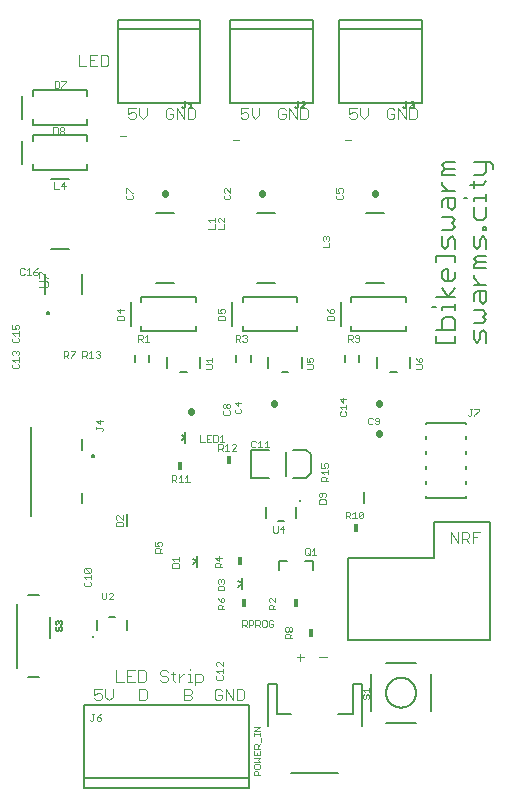
<source format=gbr>
G04 EAGLE Gerber RS-274X export*
G75*
%MOMM*%
%FSLAX34Y34*%
%LPD*%
%INSilkscreen Top*%
%IPPOS*%
%AMOC8*
5,1,8,0,0,1.08239X$1,22.5*%
G01*
%ADD10C,0.076200*%
%ADD11C,0.152400*%
%ADD12R,0.457200X0.762000*%
%ADD13C,0.050800*%
%ADD14C,0.203200*%
%ADD15C,0.558800*%
%ADD16C,0.150113*%
%ADD17C,0.127000*%
%ADD18C,0.254000*%
%ADD19C,0.200000*%


D10*
X-148844Y295537D02*
X-148844Y286131D01*
X-142573Y286131D01*
X-139489Y295537D02*
X-133218Y295537D01*
X-139489Y295537D02*
X-139489Y286131D01*
X-133218Y286131D01*
X-136353Y290834D02*
X-139489Y290834D01*
X-130134Y295537D02*
X-130134Y286131D01*
X-125431Y286131D01*
X-123863Y287699D01*
X-123863Y293969D01*
X-125431Y295537D01*
X-130134Y295537D01*
X165990Y-108323D02*
X165990Y-117729D01*
X172261Y-117729D02*
X165990Y-108323D01*
X172261Y-108323D02*
X172261Y-117729D01*
X175346Y-117729D02*
X175346Y-108323D01*
X180049Y-108323D01*
X181616Y-109891D01*
X181616Y-113026D01*
X180049Y-114594D01*
X175346Y-114594D01*
X178481Y-114594D02*
X181616Y-117729D01*
X184701Y-117729D02*
X184701Y-108323D01*
X190972Y-108323D01*
X187836Y-113026D02*
X184701Y-113026D01*
X-109004Y226317D02*
X-113919Y226317D01*
X-18669Y223142D02*
X-13754Y223142D01*
X76581Y223142D02*
X81496Y223142D01*
X41747Y-214626D02*
X35476Y-214626D01*
X38611Y-211491D02*
X38611Y-217761D01*
X54526Y-214626D02*
X60797Y-214626D01*
X-129534Y-241673D02*
X-135804Y-241673D01*
X-135804Y-246376D01*
X-132669Y-244808D01*
X-131101Y-244808D01*
X-129534Y-246376D01*
X-129534Y-249511D01*
X-131101Y-251079D01*
X-134237Y-251079D01*
X-135804Y-249511D01*
X-126449Y-247944D02*
X-126449Y-241673D01*
X-126449Y-247944D02*
X-123314Y-251079D01*
X-120179Y-247944D01*
X-120179Y-241673D01*
X-97874Y-241673D02*
X-97874Y-251079D01*
X-93171Y-251079D01*
X-91604Y-249511D01*
X-91604Y-243241D01*
X-93171Y-241673D01*
X-97874Y-241673D01*
X-29332Y-241673D02*
X-27764Y-243241D01*
X-29332Y-241673D02*
X-32467Y-241673D01*
X-34035Y-243241D01*
X-34035Y-249511D01*
X-32467Y-251079D01*
X-29332Y-251079D01*
X-27764Y-249511D01*
X-27764Y-246376D01*
X-30899Y-246376D01*
X-24679Y-251079D02*
X-24679Y-241673D01*
X-18409Y-251079D01*
X-18409Y-241673D01*
X-15324Y-241673D02*
X-15324Y-251079D01*
X-10621Y-251079D01*
X-9054Y-249511D01*
X-9054Y-243241D01*
X-10621Y-241673D01*
X-15324Y-241673D01*
X-59774Y-241673D02*
X-59774Y-251079D01*
X-59774Y-241673D02*
X-55071Y-241673D01*
X-53504Y-243241D01*
X-53504Y-244808D01*
X-55071Y-246376D01*
X-53504Y-247944D01*
X-53504Y-249511D01*
X-55071Y-251079D01*
X-59774Y-251079D01*
X-59774Y-246376D02*
X-55071Y-246376D01*
D11*
X169418Y51808D02*
X169418Y57231D01*
X169418Y51808D02*
X153148Y51808D01*
X153148Y57231D01*
X153148Y62722D02*
X169418Y62722D01*
X169418Y70857D01*
X166706Y73569D01*
X161283Y73569D01*
X158571Y70857D01*
X158571Y62722D01*
X158571Y79094D02*
X158571Y81805D01*
X169418Y81805D01*
X169418Y79094D02*
X169418Y84517D01*
X153148Y81805D02*
X150436Y81805D01*
X153148Y90008D02*
X169418Y90008D01*
X163995Y90008D02*
X169418Y98143D01*
X163995Y90008D02*
X158571Y98143D01*
X169418Y106363D02*
X169418Y111786D01*
X169418Y106363D02*
X166706Y103651D01*
X161283Y103651D01*
X158571Y106363D01*
X158571Y111786D01*
X161283Y114498D01*
X163995Y114498D01*
X163995Y103651D01*
X169418Y120022D02*
X169418Y125446D01*
X153148Y125446D01*
X153148Y120022D01*
X169418Y130937D02*
X169418Y139072D01*
X166706Y141783D01*
X163995Y139072D01*
X163995Y133648D01*
X161283Y130937D01*
X158571Y133648D01*
X158571Y141783D01*
X158571Y147308D02*
X166706Y147308D01*
X169418Y150020D01*
X166706Y152732D01*
X169418Y155443D01*
X166706Y158155D01*
X158571Y158155D01*
X158571Y166392D02*
X158571Y171815D01*
X161283Y174527D01*
X169418Y174527D01*
X169418Y166392D01*
X166706Y163680D01*
X163995Y166392D01*
X163995Y174527D01*
X169418Y180052D02*
X158571Y180052D01*
X158571Y185475D02*
X163995Y180052D01*
X158571Y185475D02*
X158571Y188186D01*
X158571Y193695D02*
X169418Y193695D01*
X158571Y193695D02*
X158571Y196406D01*
X161283Y199118D01*
X169418Y199118D01*
X161283Y199118D02*
X158571Y201829D01*
X161283Y204541D01*
X169418Y204541D01*
X196088Y59943D02*
X196088Y51808D01*
X196088Y59943D02*
X193376Y62654D01*
X190665Y59943D01*
X190665Y54519D01*
X187953Y51808D01*
X185241Y54519D01*
X185241Y62654D01*
X185241Y68179D02*
X193376Y68179D01*
X196088Y70891D01*
X193376Y73602D01*
X196088Y76314D01*
X193376Y79026D01*
X185241Y79026D01*
X185241Y87262D02*
X185241Y92686D01*
X187953Y95397D01*
X196088Y95397D01*
X196088Y87262D01*
X193376Y84551D01*
X190665Y87262D01*
X190665Y95397D01*
X196088Y100922D02*
X185241Y100922D01*
X190665Y100922D02*
X185241Y106346D01*
X185241Y109057D01*
X185241Y114565D02*
X196088Y114565D01*
X185241Y114565D02*
X185241Y117277D01*
X187953Y119989D01*
X196088Y119989D01*
X187953Y119989D02*
X185241Y122700D01*
X187953Y125412D01*
X196088Y125412D01*
X196088Y130937D02*
X196088Y139072D01*
X193376Y141783D01*
X190665Y139072D01*
X190665Y133648D01*
X187953Y130937D01*
X185241Y133648D01*
X185241Y141783D01*
X193376Y147308D02*
X196088Y147308D01*
X193376Y147308D02*
X193376Y150020D01*
X196088Y150020D01*
X196088Y147308D01*
X185241Y158206D02*
X185241Y166341D01*
X185241Y158206D02*
X187953Y155494D01*
X193376Y155494D01*
X196088Y158206D01*
X196088Y166341D01*
X185241Y171866D02*
X185241Y174577D01*
X196088Y174577D01*
X196088Y171866D02*
X196088Y177289D01*
X179818Y174577D02*
X177106Y174577D01*
X182530Y185492D02*
X193376Y185492D01*
X196088Y188203D01*
X185241Y188203D02*
X185241Y182780D01*
X185241Y193695D02*
X193376Y193695D01*
X196088Y196406D01*
X196088Y204541D01*
X198800Y204541D02*
X185241Y204541D01*
X198800Y204541D02*
X201511Y201829D01*
X201511Y199118D01*
D10*
X-100959Y250452D02*
X-107229Y250452D01*
X-107229Y245749D01*
X-104094Y247317D01*
X-102526Y247317D01*
X-100959Y245749D01*
X-100959Y242614D01*
X-102526Y241046D01*
X-105662Y241046D01*
X-107229Y242614D01*
X-97874Y244181D02*
X-97874Y250452D01*
X-97874Y244181D02*
X-94739Y241046D01*
X-91604Y244181D01*
X-91604Y250452D01*
X-11979Y250452D02*
X-5709Y250452D01*
X-11979Y250452D02*
X-11979Y245749D01*
X-8844Y247317D01*
X-7276Y247317D01*
X-5709Y245749D01*
X-5709Y242614D01*
X-7276Y241046D01*
X-10412Y241046D01*
X-11979Y242614D01*
X-2624Y244181D02*
X-2624Y250452D01*
X-2624Y244181D02*
X511Y241046D01*
X3647Y244181D01*
X3647Y250452D01*
X80096Y250452D02*
X86366Y250452D01*
X80096Y250452D02*
X80096Y245749D01*
X83231Y247317D01*
X84799Y247317D01*
X86366Y245749D01*
X86366Y242614D01*
X84799Y241046D01*
X81663Y241046D01*
X80096Y242614D01*
X89451Y244181D02*
X89451Y250452D01*
X89451Y244181D02*
X92586Y241046D01*
X95722Y244181D01*
X95722Y250452D01*
X-69039Y248884D02*
X-70607Y250452D01*
X-73742Y250452D01*
X-75310Y248884D01*
X-75310Y242614D01*
X-73742Y241046D01*
X-70607Y241046D01*
X-69039Y242614D01*
X-69039Y245749D01*
X-72174Y245749D01*
X-65954Y241046D02*
X-65954Y250452D01*
X-59684Y241046D01*
X-59684Y250452D01*
X-56599Y250452D02*
X-56599Y241046D01*
X-51896Y241046D01*
X-50329Y242614D01*
X-50329Y248884D01*
X-51896Y250452D01*
X-56599Y250452D01*
X24643Y250452D02*
X26211Y248884D01*
X24643Y250452D02*
X21508Y250452D01*
X19940Y248884D01*
X19940Y242614D01*
X21508Y241046D01*
X24643Y241046D01*
X26211Y242614D01*
X26211Y245749D01*
X23076Y245749D01*
X29296Y241046D02*
X29296Y250452D01*
X35566Y241046D01*
X35566Y250452D01*
X38651Y250452D02*
X38651Y241046D01*
X43354Y241046D01*
X44922Y242614D01*
X44922Y248884D01*
X43354Y250452D01*
X38651Y250452D01*
X116718Y250452D02*
X118286Y248884D01*
X116718Y250452D02*
X113583Y250452D01*
X112015Y248884D01*
X112015Y242614D01*
X113583Y241046D01*
X116718Y241046D01*
X118286Y242614D01*
X118286Y245749D01*
X115151Y245749D01*
X121371Y241046D02*
X121371Y250452D01*
X127641Y241046D01*
X127641Y250452D01*
X130726Y250452D02*
X130726Y241046D01*
X135429Y241046D01*
X136997Y242614D01*
X136997Y248884D01*
X135429Y250452D01*
X130726Y250452D01*
X-117295Y-225798D02*
X-117295Y-235204D01*
X-111024Y-235204D01*
X-107940Y-225798D02*
X-101669Y-225798D01*
X-107940Y-225798D02*
X-107940Y-235204D01*
X-101669Y-235204D01*
X-104804Y-230501D02*
X-107940Y-230501D01*
X-98584Y-225798D02*
X-98584Y-235204D01*
X-93881Y-235204D01*
X-92314Y-233636D01*
X-92314Y-227366D01*
X-93881Y-225798D01*
X-98584Y-225798D01*
X-75171Y-225798D02*
X-73603Y-227366D01*
X-75171Y-225798D02*
X-78306Y-225798D01*
X-79874Y-227366D01*
X-79874Y-228933D01*
X-78306Y-230501D01*
X-75171Y-230501D01*
X-73603Y-232069D01*
X-73603Y-233636D01*
X-75171Y-235204D01*
X-78306Y-235204D01*
X-79874Y-233636D01*
X-68951Y-233636D02*
X-68951Y-227366D01*
X-68951Y-233636D02*
X-67383Y-235204D01*
X-67383Y-228933D02*
X-70519Y-228933D01*
X-64282Y-228933D02*
X-64282Y-235204D01*
X-64282Y-232069D02*
X-61147Y-228933D01*
X-59579Y-228933D01*
X-56486Y-228933D02*
X-54918Y-228933D01*
X-54918Y-235204D01*
X-53351Y-235204D02*
X-56486Y-235204D01*
X-54918Y-225798D02*
X-54918Y-224230D01*
X-50249Y-228933D02*
X-50249Y-238339D01*
X-50249Y-228933D02*
X-45546Y-228933D01*
X-43979Y-230501D01*
X-43979Y-233636D01*
X-45546Y-235204D01*
X-50249Y-235204D01*
D12*
X-63627Y-52502D03*
D13*
X-70041Y-60625D02*
X-70041Y-66218D01*
X-70041Y-60625D02*
X-67244Y-60625D01*
X-66312Y-61557D01*
X-66312Y-63422D01*
X-67244Y-64354D01*
X-70041Y-64354D01*
X-68176Y-64354D02*
X-66312Y-66218D01*
X-64427Y-62490D02*
X-62563Y-60625D01*
X-62563Y-66218D01*
X-64427Y-66218D02*
X-60699Y-66218D01*
X-58814Y-62490D02*
X-56950Y-60625D01*
X-56950Y-66218D01*
X-58814Y-66218D02*
X-55086Y-66218D01*
D14*
X-58752Y-32946D02*
X-58752Y-28346D01*
X-58752Y-23746D01*
X-58752Y-28346D02*
X-61852Y-30684D01*
X-58906Y-28092D02*
X-61852Y-26162D01*
D13*
X-46228Y-26627D02*
X-46228Y-32220D01*
X-42500Y-32220D01*
X-40615Y-26627D02*
X-36886Y-26627D01*
X-40615Y-26627D02*
X-40615Y-32220D01*
X-36886Y-32220D01*
X-38751Y-29424D02*
X-40615Y-29424D01*
X-35002Y-32220D02*
X-35002Y-26627D01*
X-35002Y-32220D02*
X-32205Y-32220D01*
X-31273Y-31288D01*
X-31273Y-27559D01*
X-32205Y-26627D01*
X-35002Y-26627D01*
X-29389Y-28491D02*
X-27524Y-26627D01*
X-27524Y-32220D01*
X-25660Y-32220D02*
X-29389Y-32220D01*
D12*
X-9525Y-168275D03*
D13*
X-25908Y-173847D02*
X-31501Y-173847D01*
X-31501Y-171051D01*
X-30569Y-170119D01*
X-28704Y-170119D01*
X-27772Y-171051D01*
X-27772Y-173847D01*
X-27772Y-171983D02*
X-25908Y-170119D01*
X-30569Y-166370D02*
X-31501Y-164506D01*
X-30569Y-166370D02*
X-28704Y-168234D01*
X-26840Y-168234D01*
X-25908Y-167302D01*
X-25908Y-165438D01*
X-26840Y-164506D01*
X-27772Y-164506D01*
X-28704Y-165438D01*
X-28704Y-168234D01*
D14*
X-11000Y-157000D02*
X-11000Y-152400D01*
X-11000Y-147800D01*
X-11000Y-152400D02*
X-14100Y-154738D01*
X-11154Y-152146D02*
X-14100Y-150216D01*
D13*
X-25908Y-157972D02*
X-31501Y-157972D01*
X-25908Y-157972D02*
X-25908Y-155176D01*
X-26840Y-154244D01*
X-30569Y-154244D01*
X-31501Y-155176D01*
X-31501Y-157972D01*
X-30569Y-152359D02*
X-31501Y-151427D01*
X-31501Y-149563D01*
X-30569Y-148631D01*
X-29637Y-148631D01*
X-28704Y-149563D01*
X-28704Y-150495D01*
X-28704Y-149563D02*
X-27772Y-148631D01*
X-26840Y-148631D01*
X-25908Y-149563D01*
X-25908Y-151427D01*
X-26840Y-152359D01*
D12*
X-12700Y-133350D03*
D13*
X-27813Y-138607D02*
X-33406Y-138607D01*
X-33406Y-135811D01*
X-32474Y-134879D01*
X-30609Y-134879D01*
X-29677Y-135811D01*
X-29677Y-138607D01*
X-29677Y-136743D02*
X-27813Y-134879D01*
X-27813Y-130198D02*
X-33406Y-130198D01*
X-30609Y-132994D01*
X-30609Y-129266D01*
D14*
X-49100Y-133350D02*
X-49100Y-137950D01*
X-49100Y-133350D02*
X-49100Y-128750D01*
X-49100Y-133350D02*
X-52200Y-135688D01*
X-49254Y-133096D02*
X-52200Y-131166D01*
D13*
X-64389Y-138811D02*
X-69982Y-138811D01*
X-64389Y-138811D02*
X-64389Y-136015D01*
X-65321Y-135083D01*
X-69050Y-135083D01*
X-69982Y-136015D01*
X-69982Y-138811D01*
X-68118Y-133198D02*
X-69982Y-131334D01*
X-64389Y-131334D01*
X-64389Y-133198D02*
X-64389Y-129469D01*
D14*
X-74549Y30631D02*
X-74549Y39219D01*
X-46101Y39219D02*
X-46101Y30631D01*
X-57641Y26821D02*
X-63009Y26821D01*
D13*
X-41661Y29668D02*
X-37000Y29668D01*
X-36068Y30600D01*
X-36068Y32464D01*
X-37000Y33396D01*
X-41661Y33396D01*
X-39797Y35281D02*
X-41661Y37145D01*
X-36068Y37145D01*
X-36068Y35281D02*
X-36068Y39009D01*
D15*
X-76200Y177495D02*
X-76200Y178105D01*
D13*
X-108039Y176906D02*
X-108971Y175974D01*
X-108971Y174110D01*
X-108039Y173178D01*
X-104310Y173178D01*
X-103378Y174110D01*
X-103378Y175974D01*
X-104310Y176906D01*
X-108971Y178791D02*
X-108971Y182519D01*
X-108039Y182519D01*
X-104310Y178791D01*
X-103378Y178791D01*
D15*
X-53975Y-6045D02*
X-53975Y-6655D01*
D13*
X-26802Y-6475D02*
X-25870Y-5543D01*
X-26802Y-6475D02*
X-26802Y-8339D01*
X-25870Y-9271D01*
X-22141Y-9271D01*
X-21209Y-8339D01*
X-21209Y-6475D01*
X-22141Y-5543D01*
X-25870Y-3658D02*
X-26802Y-2726D01*
X-26802Y-862D01*
X-25870Y71D01*
X-24938Y71D01*
X-24005Y-862D01*
X-23073Y71D01*
X-22141Y71D01*
X-21209Y-862D01*
X-21209Y-2726D01*
X-22141Y-3658D01*
X-23073Y-3658D01*
X-24005Y-2726D01*
X-24938Y-3658D01*
X-25870Y-3658D01*
X-24005Y-2726D02*
X-24005Y-862D01*
D11*
X-68580Y102235D02*
X-83820Y102235D01*
X-83820Y161925D02*
X-68580Y161925D01*
D13*
X-39606Y148253D02*
X-34013Y148253D01*
X-34013Y151981D01*
X-37742Y153866D02*
X-39606Y155730D01*
X-34013Y155730D01*
X-34013Y153866D02*
X-34013Y157594D01*
D14*
X-50025Y66200D02*
X-50025Y61700D01*
X-96025Y61700D01*
X-96025Y66200D01*
X-96025Y86200D02*
X-96025Y90700D01*
X-50025Y90700D01*
X-50025Y86200D01*
X-104775Y86200D02*
X-104775Y66200D01*
D13*
X-110998Y70841D02*
X-116591Y70841D01*
X-110998Y70841D02*
X-110998Y73637D01*
X-111930Y74569D01*
X-115659Y74569D01*
X-116591Y73637D01*
X-116591Y70841D01*
X-116591Y79250D02*
X-110998Y79250D01*
X-113794Y76454D02*
X-116591Y79250D01*
X-113794Y80182D02*
X-113794Y76454D01*
D11*
X-101250Y41100D02*
X-101250Y35100D01*
X-89250Y35100D02*
X-89250Y41100D01*
D13*
X-98602Y52578D02*
X-98602Y58171D01*
X-95806Y58171D01*
X-94874Y57239D01*
X-94874Y55374D01*
X-95806Y54442D01*
X-98602Y54442D01*
X-96738Y54442D02*
X-94874Y52578D01*
X-92989Y56307D02*
X-91125Y58171D01*
X-91125Y52578D01*
X-92989Y52578D02*
X-89261Y52578D01*
D14*
X90800Y-237575D02*
X90800Y-272575D01*
X90800Y-237575D02*
X82800Y-237575D01*
X82800Y-262575D01*
X70800Y-262575D01*
X30800Y-262575D02*
X18800Y-262575D01*
X18800Y-237575D01*
X10800Y-237575D01*
X10800Y-272575D01*
X30800Y-312575D02*
X70800Y-312575D01*
D13*
X4572Y-314560D02*
X-1021Y-314560D01*
X-1021Y-311764D01*
X-89Y-310831D01*
X1776Y-310831D01*
X2708Y-311764D01*
X2708Y-314560D01*
X-1021Y-308015D02*
X-1021Y-306150D01*
X-1021Y-308015D02*
X-89Y-308947D01*
X3640Y-308947D01*
X4572Y-308015D01*
X4572Y-306150D01*
X3640Y-305218D01*
X-89Y-305218D01*
X-1021Y-306150D01*
X-1021Y-303334D02*
X4572Y-303334D01*
X2708Y-301469D01*
X4572Y-299605D01*
X-1021Y-299605D01*
X-1021Y-297721D02*
X-1021Y-293992D01*
X-1021Y-297721D02*
X4572Y-297721D01*
X4572Y-293992D01*
X1776Y-295856D02*
X1776Y-297721D01*
X4572Y-292108D02*
X-1021Y-292108D01*
X-1021Y-289311D01*
X-89Y-288379D01*
X1776Y-288379D01*
X2708Y-289311D01*
X2708Y-292108D01*
X2708Y-290243D02*
X4572Y-288379D01*
X5504Y-286494D02*
X5504Y-282766D01*
X4572Y-280881D02*
X4572Y-279017D01*
X4572Y-279949D02*
X-1021Y-279949D01*
X-1021Y-280881D02*
X-1021Y-279017D01*
X-1021Y-277139D02*
X4572Y-277139D01*
X4572Y-273411D02*
X-1021Y-277139D01*
X-1021Y-273411D02*
X4572Y-273411D01*
D14*
X111125Y-269875D02*
X136225Y-269875D01*
X98425Y-259875D02*
X98425Y-229075D01*
X111425Y-219075D02*
X136225Y-219075D01*
X149225Y-229075D02*
X149225Y-259875D01*
X111125Y-244475D02*
X111129Y-244163D01*
X111140Y-243852D01*
X111159Y-243541D01*
X111186Y-243230D01*
X111221Y-242920D01*
X111262Y-242612D01*
X111312Y-242304D01*
X111369Y-241997D01*
X111434Y-241692D01*
X111506Y-241389D01*
X111585Y-241088D01*
X111672Y-240788D01*
X111766Y-240491D01*
X111867Y-240196D01*
X111976Y-239904D01*
X112092Y-239615D01*
X112215Y-239328D01*
X112344Y-239045D01*
X112481Y-238765D01*
X112625Y-238488D01*
X112775Y-238215D01*
X112932Y-237946D01*
X113095Y-237681D01*
X113265Y-237419D01*
X113442Y-237162D01*
X113624Y-236910D01*
X113813Y-236662D01*
X114008Y-236418D01*
X114208Y-236180D01*
X114415Y-235946D01*
X114627Y-235718D01*
X114845Y-235495D01*
X115068Y-235277D01*
X115296Y-235065D01*
X115530Y-234858D01*
X115768Y-234658D01*
X116012Y-234463D01*
X116260Y-234274D01*
X116512Y-234092D01*
X116769Y-233915D01*
X117031Y-233745D01*
X117296Y-233582D01*
X117565Y-233425D01*
X117838Y-233275D01*
X118115Y-233131D01*
X118395Y-232994D01*
X118678Y-232865D01*
X118965Y-232742D01*
X119254Y-232626D01*
X119546Y-232517D01*
X119841Y-232416D01*
X120138Y-232322D01*
X120438Y-232235D01*
X120739Y-232156D01*
X121042Y-232084D01*
X121347Y-232019D01*
X121654Y-231962D01*
X121962Y-231912D01*
X122270Y-231871D01*
X122580Y-231836D01*
X122891Y-231809D01*
X123202Y-231790D01*
X123513Y-231779D01*
X123825Y-231775D01*
X124137Y-231779D01*
X124448Y-231790D01*
X124759Y-231809D01*
X125070Y-231836D01*
X125380Y-231871D01*
X125688Y-231912D01*
X125996Y-231962D01*
X126303Y-232019D01*
X126608Y-232084D01*
X126911Y-232156D01*
X127212Y-232235D01*
X127512Y-232322D01*
X127809Y-232416D01*
X128104Y-232517D01*
X128396Y-232626D01*
X128685Y-232742D01*
X128972Y-232865D01*
X129255Y-232994D01*
X129535Y-233131D01*
X129812Y-233275D01*
X130085Y-233425D01*
X130354Y-233582D01*
X130619Y-233745D01*
X130881Y-233915D01*
X131138Y-234092D01*
X131390Y-234274D01*
X131638Y-234463D01*
X131882Y-234658D01*
X132120Y-234858D01*
X132354Y-235065D01*
X132582Y-235277D01*
X132805Y-235495D01*
X133023Y-235718D01*
X133235Y-235946D01*
X133442Y-236180D01*
X133642Y-236418D01*
X133837Y-236662D01*
X134026Y-236910D01*
X134208Y-237162D01*
X134385Y-237419D01*
X134555Y-237681D01*
X134718Y-237946D01*
X134875Y-238215D01*
X135025Y-238488D01*
X135169Y-238765D01*
X135306Y-239045D01*
X135435Y-239328D01*
X135558Y-239615D01*
X135674Y-239904D01*
X135783Y-240196D01*
X135884Y-240491D01*
X135978Y-240788D01*
X136065Y-241088D01*
X136144Y-241389D01*
X136216Y-241692D01*
X136281Y-241997D01*
X136338Y-242304D01*
X136388Y-242612D01*
X136429Y-242920D01*
X136464Y-243230D01*
X136491Y-243541D01*
X136510Y-243852D01*
X136521Y-244163D01*
X136525Y-244475D01*
X136521Y-244787D01*
X136510Y-245098D01*
X136491Y-245409D01*
X136464Y-245720D01*
X136429Y-246030D01*
X136388Y-246338D01*
X136338Y-246646D01*
X136281Y-246953D01*
X136216Y-247258D01*
X136144Y-247561D01*
X136065Y-247862D01*
X135978Y-248162D01*
X135884Y-248459D01*
X135783Y-248754D01*
X135674Y-249046D01*
X135558Y-249335D01*
X135435Y-249622D01*
X135306Y-249905D01*
X135169Y-250185D01*
X135025Y-250462D01*
X134875Y-250735D01*
X134718Y-251004D01*
X134555Y-251269D01*
X134385Y-251531D01*
X134208Y-251788D01*
X134026Y-252040D01*
X133837Y-252288D01*
X133642Y-252532D01*
X133442Y-252770D01*
X133235Y-253004D01*
X133023Y-253232D01*
X132805Y-253455D01*
X132582Y-253673D01*
X132354Y-253885D01*
X132120Y-254092D01*
X131882Y-254292D01*
X131638Y-254487D01*
X131390Y-254676D01*
X131138Y-254858D01*
X130881Y-255035D01*
X130619Y-255205D01*
X130354Y-255368D01*
X130085Y-255525D01*
X129812Y-255675D01*
X129535Y-255819D01*
X129255Y-255956D01*
X128972Y-256085D01*
X128685Y-256208D01*
X128396Y-256324D01*
X128104Y-256433D01*
X127809Y-256534D01*
X127512Y-256628D01*
X127212Y-256715D01*
X126911Y-256794D01*
X126608Y-256866D01*
X126303Y-256931D01*
X125996Y-256988D01*
X125688Y-257038D01*
X125380Y-257079D01*
X125070Y-257114D01*
X124759Y-257141D01*
X124448Y-257160D01*
X124137Y-257171D01*
X123825Y-257175D01*
X123513Y-257171D01*
X123202Y-257160D01*
X122891Y-257141D01*
X122580Y-257114D01*
X122270Y-257079D01*
X121962Y-257038D01*
X121654Y-256988D01*
X121347Y-256931D01*
X121042Y-256866D01*
X120739Y-256794D01*
X120438Y-256715D01*
X120138Y-256628D01*
X119841Y-256534D01*
X119546Y-256433D01*
X119254Y-256324D01*
X118965Y-256208D01*
X118678Y-256085D01*
X118395Y-255956D01*
X118115Y-255819D01*
X117838Y-255675D01*
X117565Y-255525D01*
X117296Y-255368D01*
X117031Y-255205D01*
X116769Y-255035D01*
X116512Y-254858D01*
X116260Y-254676D01*
X116012Y-254487D01*
X115768Y-254292D01*
X115530Y-254092D01*
X115296Y-253885D01*
X115068Y-253673D01*
X114845Y-253455D01*
X114627Y-253232D01*
X114415Y-253004D01*
X114208Y-252770D01*
X114008Y-252532D01*
X113813Y-252288D01*
X113624Y-252040D01*
X113442Y-251788D01*
X113265Y-251531D01*
X113095Y-251269D01*
X112932Y-251004D01*
X112775Y-250735D01*
X112625Y-250462D01*
X112481Y-250185D01*
X112344Y-249905D01*
X112215Y-249622D01*
X112092Y-249335D01*
X111976Y-249046D01*
X111867Y-248754D01*
X111766Y-248459D01*
X111672Y-248162D01*
X111585Y-247862D01*
X111506Y-247561D01*
X111434Y-247258D01*
X111369Y-246953D01*
X111312Y-246646D01*
X111262Y-246338D01*
X111221Y-246030D01*
X111186Y-245720D01*
X111159Y-245409D01*
X111140Y-245098D01*
X111129Y-244787D01*
X111125Y-244475D01*
D13*
X92240Y-246106D02*
X91308Y-247038D01*
X91308Y-248902D01*
X92240Y-249834D01*
X93173Y-249834D01*
X94105Y-248902D01*
X94105Y-247038D01*
X95037Y-246106D01*
X95969Y-246106D01*
X96901Y-247038D01*
X96901Y-248902D01*
X95969Y-249834D01*
X93173Y-244221D02*
X91308Y-242357D01*
X96901Y-242357D01*
X96901Y-244221D02*
X96901Y-240493D01*
D12*
X47625Y-193675D03*
D13*
X31496Y-198501D02*
X25903Y-198501D01*
X25903Y-195705D01*
X26835Y-194773D01*
X28700Y-194773D01*
X29632Y-195705D01*
X29632Y-198501D01*
X29632Y-196637D02*
X31496Y-194773D01*
X26835Y-192888D02*
X25903Y-191956D01*
X25903Y-190092D01*
X26835Y-189159D01*
X27768Y-189159D01*
X28700Y-190092D01*
X29632Y-189159D01*
X30564Y-189159D01*
X31496Y-190092D01*
X31496Y-191956D01*
X30564Y-192888D01*
X29632Y-192888D01*
X28700Y-191956D01*
X27768Y-192888D01*
X26835Y-192888D01*
X28700Y-191956D02*
X28700Y-190092D01*
D16*
X79343Y-200279D02*
X79343Y-130175D01*
X151375Y-130175D01*
X151375Y-100175D01*
X199259Y-100175D01*
X199375Y-200279D02*
X79343Y-200279D01*
X199375Y-200279D02*
X199259Y-100175D01*
D14*
X11176Y30631D02*
X11176Y39219D01*
X39624Y39219D02*
X39624Y30631D01*
X28084Y26821D02*
X22716Y26821D01*
D13*
X44064Y29668D02*
X48725Y29668D01*
X49657Y30600D01*
X49657Y32464D01*
X48725Y33396D01*
X44064Y33396D01*
X44064Y35281D02*
X44064Y39009D01*
X44064Y35281D02*
X46861Y35281D01*
X45929Y37145D01*
X45929Y38077D01*
X46861Y39009D01*
X48725Y39009D01*
X49657Y38077D01*
X49657Y36213D01*
X48725Y35281D01*
D15*
X6350Y177495D02*
X6350Y178105D01*
D13*
X-25489Y176906D02*
X-26421Y175974D01*
X-26421Y174110D01*
X-25489Y173178D01*
X-21760Y173178D01*
X-20828Y174110D01*
X-20828Y175974D01*
X-21760Y176906D01*
X-20828Y178791D02*
X-20828Y182519D01*
X-20828Y178791D02*
X-24557Y182519D01*
X-25489Y182519D01*
X-26421Y181587D01*
X-26421Y179723D01*
X-25489Y178791D01*
D15*
X15875Y305D02*
X15875Y-305D01*
D13*
X-15964Y-4069D02*
X-16896Y-5001D01*
X-16896Y-6865D01*
X-15964Y-7797D01*
X-12235Y-7797D01*
X-11303Y-6865D01*
X-11303Y-5001D01*
X-12235Y-4069D01*
X-11303Y612D02*
X-16896Y612D01*
X-14099Y-2184D01*
X-14099Y1544D01*
D11*
X1905Y102235D02*
X17145Y102235D01*
X17145Y161925D02*
X1905Y161925D01*
D13*
X-25758Y148253D02*
X-31351Y148253D01*
X-25758Y148253D02*
X-25758Y151981D01*
X-25758Y153866D02*
X-25758Y157594D01*
X-25758Y153866D02*
X-29487Y157594D01*
X-30419Y157594D01*
X-31351Y156662D01*
X-31351Y154798D01*
X-30419Y153866D01*
D14*
X35700Y66200D02*
X35700Y61700D01*
X-10300Y61700D01*
X-10300Y66200D01*
X-10300Y86200D02*
X-10300Y90700D01*
X35700Y90700D01*
X35700Y86200D01*
X-19050Y86200D02*
X-19050Y66200D01*
D13*
X-25273Y70841D02*
X-30866Y70841D01*
X-25273Y70841D02*
X-25273Y73637D01*
X-26205Y74569D01*
X-29934Y74569D01*
X-30866Y73637D01*
X-30866Y70841D01*
X-30866Y76454D02*
X-30866Y80182D01*
X-30866Y76454D02*
X-28069Y76454D01*
X-29002Y78318D01*
X-29002Y79250D01*
X-28069Y80182D01*
X-26205Y80182D01*
X-25273Y79250D01*
X-25273Y77386D01*
X-26205Y76454D01*
D11*
X-15525Y41100D02*
X-15525Y35100D01*
X-3525Y35100D02*
X-3525Y41100D01*
D13*
X-16052Y52578D02*
X-16052Y58171D01*
X-13256Y58171D01*
X-12324Y57239D01*
X-12324Y55374D01*
X-13256Y54442D01*
X-16052Y54442D01*
X-14188Y54442D02*
X-12324Y52578D01*
X-10439Y57239D02*
X-9507Y58171D01*
X-7643Y58171D01*
X-6711Y57239D01*
X-6711Y56307D01*
X-7643Y55374D01*
X-8575Y55374D01*
X-7643Y55374D02*
X-6711Y54442D01*
X-6711Y53510D01*
X-7643Y52578D01*
X-9507Y52578D01*
X-10439Y53510D01*
D14*
X103251Y39219D02*
X103251Y30631D01*
X131699Y30631D02*
X131699Y39219D01*
X120159Y26821D02*
X114791Y26821D01*
D13*
X136139Y29668D02*
X140800Y29668D01*
X141732Y30600D01*
X141732Y32464D01*
X140800Y33396D01*
X136139Y33396D01*
X137071Y37145D02*
X136139Y39009D01*
X137071Y37145D02*
X138936Y35281D01*
X140800Y35281D01*
X141732Y36213D01*
X141732Y38077D01*
X140800Y39009D01*
X139868Y39009D01*
X138936Y38077D01*
X138936Y35281D01*
D15*
X101600Y177495D02*
X101600Y178105D01*
D13*
X69761Y176906D02*
X68829Y175974D01*
X68829Y174110D01*
X69761Y173178D01*
X73490Y173178D01*
X74422Y174110D01*
X74422Y175974D01*
X73490Y176906D01*
X68829Y178791D02*
X68829Y182519D01*
X68829Y178791D02*
X71626Y178791D01*
X70694Y180655D01*
X70694Y181587D01*
X71626Y182519D01*
X73490Y182519D01*
X74422Y181587D01*
X74422Y179723D01*
X73490Y178791D01*
D15*
X104775Y305D02*
X104775Y-305D01*
D13*
X72936Y-6507D02*
X72004Y-7439D01*
X72004Y-9303D01*
X72936Y-10235D01*
X76665Y-10235D01*
X77597Y-9303D01*
X77597Y-7439D01*
X76665Y-6507D01*
X73869Y-4622D02*
X72004Y-2758D01*
X77597Y-2758D01*
X77597Y-4622D02*
X77597Y-894D01*
X77597Y3787D02*
X72004Y3787D01*
X74801Y991D01*
X74801Y4719D01*
D11*
X93980Y102235D02*
X109220Y102235D01*
X109220Y161925D02*
X93980Y161925D01*
D13*
X63142Y132378D02*
X57549Y132378D01*
X63142Y132378D02*
X63142Y136106D01*
X58481Y137991D02*
X57549Y138923D01*
X57549Y140787D01*
X58481Y141719D01*
X59414Y141719D01*
X60346Y140787D01*
X60346Y139855D01*
X60346Y140787D02*
X61278Y141719D01*
X62210Y141719D01*
X63142Y140787D01*
X63142Y138923D01*
X62210Y137991D01*
D14*
X127775Y66200D02*
X127775Y61700D01*
X81775Y61700D01*
X81775Y66200D01*
X81775Y86200D02*
X81775Y90700D01*
X127775Y90700D01*
X127775Y86200D01*
X73025Y86200D02*
X73025Y66200D01*
D13*
X66802Y70841D02*
X61209Y70841D01*
X66802Y70841D02*
X66802Y73637D01*
X65870Y74569D01*
X62141Y74569D01*
X61209Y73637D01*
X61209Y70841D01*
X62141Y78318D02*
X61209Y80182D01*
X62141Y78318D02*
X64006Y76454D01*
X65870Y76454D01*
X66802Y77386D01*
X66802Y79250D01*
X65870Y80182D01*
X64938Y80182D01*
X64006Y79250D01*
X64006Y76454D01*
D11*
X76550Y41100D02*
X76550Y35100D01*
X88550Y35100D02*
X88550Y41100D01*
D13*
X79198Y52578D02*
X79198Y58171D01*
X81994Y58171D01*
X82926Y57239D01*
X82926Y55374D01*
X81994Y54442D01*
X79198Y54442D01*
X81062Y54442D02*
X82926Y52578D01*
X84811Y53510D02*
X85743Y52578D01*
X87607Y52578D01*
X88539Y53510D01*
X88539Y57239D01*
X87607Y58171D01*
X85743Y58171D01*
X84811Y57239D01*
X84811Y56307D01*
X85743Y55374D01*
X88539Y55374D01*
D14*
X-4500Y-254925D02*
X-144500Y-254925D01*
X-4500Y-254925D02*
X-4500Y-316925D01*
X-4500Y-324925D01*
X-144500Y-324925D01*
X-144500Y-316925D01*
X-144500Y-254925D01*
X-144500Y-316925D02*
X-4500Y-316925D01*
D13*
X-138514Y-268351D02*
X-139446Y-267419D01*
X-138514Y-268351D02*
X-137582Y-268351D01*
X-136650Y-267419D01*
X-136650Y-262758D01*
X-137582Y-262758D02*
X-135718Y-262758D01*
X-131969Y-263690D02*
X-130104Y-262758D01*
X-131969Y-263690D02*
X-133833Y-265555D01*
X-133833Y-267419D01*
X-132901Y-268351D01*
X-131037Y-268351D01*
X-130104Y-267419D01*
X-130104Y-266487D01*
X-131037Y-265555D01*
X-133833Y-265555D01*
D12*
X85725Y-104775D03*
D13*
X77089Y-96901D02*
X77089Y-91308D01*
X79885Y-91308D01*
X80818Y-92240D01*
X80818Y-94105D01*
X79885Y-95037D01*
X77089Y-95037D01*
X78953Y-95037D02*
X80818Y-96901D01*
X82702Y-93173D02*
X84566Y-91308D01*
X84566Y-96901D01*
X82702Y-96901D02*
X86431Y-96901D01*
X88315Y-95969D02*
X88315Y-92240D01*
X89247Y-91308D01*
X91112Y-91308D01*
X92044Y-92240D01*
X92044Y-95969D01*
X91112Y-96901D01*
X89247Y-96901D01*
X88315Y-95969D01*
X92044Y-92240D01*
D14*
X144780Y-79375D02*
X179070Y-79375D01*
X144780Y-79375D02*
X144780Y-77851D01*
X144780Y-17399D02*
X144780Y-15875D01*
X179070Y-15875D01*
X179070Y-17399D01*
X179070Y-77851D02*
X179070Y-79375D01*
X144780Y-68199D02*
X144780Y-65151D01*
X144780Y-55499D02*
X144780Y-52451D01*
X144780Y-42799D02*
X144780Y-39751D01*
X144780Y-30099D02*
X144780Y-27051D01*
X179070Y-27051D02*
X179070Y-30099D01*
X179070Y-39751D02*
X179070Y-42799D01*
X179070Y-52451D02*
X179070Y-55499D01*
X179070Y-65151D02*
X179070Y-68199D01*
D13*
X181222Y-10414D02*
X180290Y-9482D01*
X181222Y-10414D02*
X182154Y-10414D01*
X183086Y-9482D01*
X183086Y-4821D01*
X182154Y-4821D02*
X184018Y-4821D01*
X185903Y-4821D02*
X189631Y-4821D01*
X189631Y-5753D01*
X185903Y-9482D01*
X185903Y-10414D01*
D14*
X26925Y-132700D02*
X20925Y-132700D01*
X20925Y-140700D01*
X42925Y-132700D02*
X48925Y-132700D01*
X48925Y-140700D01*
D13*
X42799Y-127084D02*
X42799Y-123355D01*
X43731Y-122423D01*
X45595Y-122423D01*
X46528Y-123355D01*
X46528Y-127084D01*
X45595Y-128016D01*
X43731Y-128016D01*
X42799Y-127084D01*
X44663Y-126152D02*
X46528Y-128016D01*
X48412Y-124288D02*
X50276Y-122423D01*
X50276Y-128016D01*
X48412Y-128016D02*
X52141Y-128016D01*
D12*
X34925Y-168275D03*
D13*
X17526Y-173736D02*
X11933Y-173736D01*
X11933Y-170940D01*
X12865Y-170008D01*
X14730Y-170008D01*
X15662Y-170940D01*
X15662Y-173736D01*
X15662Y-171872D02*
X17526Y-170008D01*
X17526Y-168123D02*
X17526Y-164394D01*
X13798Y-164394D02*
X17526Y-168123D01*
X13798Y-164394D02*
X12865Y-164394D01*
X11933Y-165327D01*
X11933Y-167191D01*
X12865Y-168123D01*
D12*
X-22225Y-47625D03*
D13*
X-30861Y-39751D02*
X-30861Y-34158D01*
X-28065Y-34158D01*
X-27133Y-35090D01*
X-27133Y-36955D01*
X-28065Y-37887D01*
X-30861Y-37887D01*
X-28997Y-37887D02*
X-27133Y-39751D01*
X-25248Y-36023D02*
X-23384Y-34158D01*
X-23384Y-39751D01*
X-25248Y-39751D02*
X-21519Y-39751D01*
X-19635Y-39751D02*
X-15906Y-39751D01*
X-15906Y-36023D02*
X-19635Y-39751D01*
X-15906Y-36023D02*
X-15906Y-35090D01*
X-16838Y-34158D01*
X-18703Y-34158D01*
X-19635Y-35090D01*
D15*
X104775Y-25705D02*
X104775Y-25095D01*
D13*
X99868Y-12865D02*
X98935Y-11933D01*
X97071Y-11933D01*
X96139Y-12865D01*
X96139Y-16594D01*
X97071Y-17526D01*
X98935Y-17526D01*
X99868Y-16594D01*
X101752Y-16594D02*
X102684Y-17526D01*
X104548Y-17526D01*
X105481Y-16594D01*
X105481Y-12865D01*
X104548Y-11933D01*
X102684Y-11933D01*
X101752Y-12865D01*
X101752Y-13798D01*
X102684Y-14730D01*
X105481Y-14730D01*
D14*
X12225Y-62800D02*
X-2775Y-62800D01*
X-2775Y-38800D01*
X12225Y-38800D01*
X32225Y-62800D02*
X43225Y-62800D01*
X47225Y-58800D01*
X47225Y-42800D01*
X43225Y-38800D01*
X32225Y-38800D01*
D17*
X26035Y-40640D02*
X26035Y-60960D01*
D13*
X808Y-32075D02*
X-125Y-31143D01*
X-1989Y-31143D01*
X-2921Y-32075D01*
X-2921Y-35804D01*
X-1989Y-36736D01*
X-125Y-36736D01*
X808Y-35804D01*
X2692Y-33008D02*
X4556Y-31143D01*
X4556Y-36736D01*
X2692Y-36736D02*
X6421Y-36736D01*
X8305Y-33008D02*
X10169Y-31143D01*
X10169Y-36736D01*
X8305Y-36736D02*
X12034Y-36736D01*
D14*
X9525Y-87781D02*
X9525Y-96369D01*
X34925Y-96369D02*
X34925Y-87781D01*
X24909Y-99163D02*
X19541Y-99163D01*
D18*
X38227Y-81915D03*
D13*
X15698Y-103437D02*
X15698Y-108097D01*
X16630Y-109030D01*
X18494Y-109030D01*
X19426Y-108097D01*
X19426Y-103437D01*
X24107Y-103437D02*
X24107Y-109030D01*
X21311Y-106233D02*
X24107Y-103437D01*
X25039Y-106233D02*
X21311Y-106233D01*
X-143599Y-150487D02*
X-144531Y-151419D01*
X-144531Y-153284D01*
X-143599Y-154216D01*
X-139870Y-154216D01*
X-138938Y-153284D01*
X-138938Y-151419D01*
X-139870Y-150487D01*
X-142667Y-148603D02*
X-144531Y-146738D01*
X-138938Y-146738D01*
X-138938Y-144874D02*
X-138938Y-148603D01*
X-139870Y-142990D02*
X-143599Y-142990D01*
X-144531Y-142057D01*
X-144531Y-140193D01*
X-143599Y-139261D01*
X-139870Y-139261D01*
X-138938Y-140193D01*
X-138938Y-142057D01*
X-139870Y-142990D01*
X-143599Y-139261D01*
X-32517Y-230794D02*
X-31585Y-229862D01*
X-32517Y-230794D02*
X-32517Y-232659D01*
X-31585Y-233591D01*
X-27856Y-233591D01*
X-26924Y-232659D01*
X-26924Y-230794D01*
X-27856Y-229862D01*
X-30653Y-227978D02*
X-32517Y-226113D01*
X-26924Y-226113D01*
X-26924Y-224249D02*
X-26924Y-227978D01*
X-26924Y-222364D02*
X-26924Y-218636D01*
X-26924Y-222364D02*
X-30653Y-218636D01*
X-31585Y-218636D01*
X-32517Y-219568D01*
X-32517Y-221432D01*
X-31585Y-222364D01*
D17*
X-107950Y-103188D02*
X-107950Y-93663D01*
D13*
X-111633Y-103784D02*
X-117226Y-103784D01*
X-111633Y-103784D02*
X-111633Y-100988D01*
X-112565Y-100056D01*
X-116294Y-100056D01*
X-117226Y-100988D01*
X-117226Y-103784D01*
X-111633Y-98171D02*
X-111633Y-94443D01*
X-111633Y-98171D02*
X-115362Y-94443D01*
X-116294Y-94443D01*
X-117226Y-95375D01*
X-117226Y-97239D01*
X-116294Y-98171D01*
X-84206Y-126009D02*
X-78613Y-126009D01*
X-84206Y-126009D02*
X-84206Y-123213D01*
X-83274Y-122281D01*
X-81409Y-122281D01*
X-80477Y-123213D01*
X-80477Y-126009D01*
X-80477Y-124145D02*
X-78613Y-122281D01*
X-84206Y-120396D02*
X-84206Y-116668D01*
X-84206Y-120396D02*
X-81409Y-120396D01*
X-82342Y-118532D01*
X-82342Y-117600D01*
X-81409Y-116668D01*
X-79545Y-116668D01*
X-78613Y-117600D01*
X-78613Y-119464D01*
X-79545Y-120396D01*
X-10604Y-183383D02*
X-10604Y-188976D01*
X-10604Y-183383D02*
X-7807Y-183383D01*
X-6875Y-184315D01*
X-6875Y-186180D01*
X-7807Y-187112D01*
X-10604Y-187112D01*
X-8740Y-187112D02*
X-6875Y-188976D01*
X-4991Y-188976D02*
X-4991Y-183383D01*
X-2194Y-183383D01*
X-1262Y-184315D01*
X-1262Y-186180D01*
X-2194Y-187112D01*
X-4991Y-187112D01*
X622Y-188976D02*
X622Y-183383D01*
X3419Y-183383D01*
X4351Y-184315D01*
X4351Y-186180D01*
X3419Y-187112D01*
X622Y-187112D01*
X2487Y-187112D02*
X4351Y-188976D01*
X7168Y-183383D02*
X9032Y-183383D01*
X7168Y-183383D02*
X6236Y-184315D01*
X6236Y-188044D01*
X7168Y-188976D01*
X9032Y-188976D01*
X9964Y-188044D01*
X9964Y-184315D01*
X9032Y-183383D01*
X14645Y-183383D02*
X15577Y-184315D01*
X14645Y-183383D02*
X12781Y-183383D01*
X11849Y-184315D01*
X11849Y-188044D01*
X12781Y-188976D01*
X14645Y-188976D01*
X15577Y-188044D01*
X15577Y-186180D01*
X13713Y-186180D01*
D14*
X-107950Y-183031D02*
X-107950Y-191619D01*
X-133350Y-191619D02*
X-133350Y-183031D01*
X-123334Y-180237D02*
X-117966Y-180237D01*
D18*
X-136652Y-197485D03*
D13*
X-129286Y-164549D02*
X-129286Y-159888D01*
X-129286Y-164549D02*
X-128354Y-165481D01*
X-126490Y-165481D01*
X-125558Y-164549D01*
X-125558Y-159888D01*
X-123673Y-165481D02*
X-119944Y-165481D01*
X-119944Y-161753D02*
X-123673Y-165481D01*
X-119944Y-161753D02*
X-119944Y-160820D01*
X-120877Y-159888D01*
X-122741Y-159888D01*
X-123673Y-160820D01*
X-161569Y38926D02*
X-161569Y44518D01*
X-158773Y44518D01*
X-157841Y43586D01*
X-157841Y41722D01*
X-158773Y40790D01*
X-161569Y40790D01*
X-159705Y40790D02*
X-157841Y38926D01*
X-155956Y44518D02*
X-152228Y44518D01*
X-152228Y43586D01*
X-155956Y39858D01*
X-155956Y38926D01*
X-145961Y38989D02*
X-145961Y44582D01*
X-143164Y44582D01*
X-142232Y43650D01*
X-142232Y41785D01*
X-143164Y40853D01*
X-145961Y40853D01*
X-144096Y40853D02*
X-142232Y38989D01*
X-140348Y42718D02*
X-138483Y44582D01*
X-138483Y38989D01*
X-136619Y38989D02*
X-140348Y38989D01*
X-134734Y43650D02*
X-133802Y44582D01*
X-131938Y44582D01*
X-131006Y43650D01*
X-131006Y42718D01*
X-131938Y41785D01*
X-132870Y41785D01*
X-131938Y41785D02*
X-131006Y40853D01*
X-131006Y39921D01*
X-131938Y38989D01*
X-133802Y38989D01*
X-134734Y39921D01*
D14*
X-142100Y236325D02*
X-142100Y240825D01*
X-142100Y236325D02*
X-188100Y236325D01*
X-188100Y240825D01*
X-188100Y260825D02*
X-188100Y265325D01*
X-142100Y265325D01*
X-142100Y260825D01*
X-196850Y260825D02*
X-196850Y240825D01*
D13*
X-169507Y267526D02*
X-169507Y273118D01*
X-169507Y267526D02*
X-166710Y267526D01*
X-165778Y268458D01*
X-165778Y272186D01*
X-166710Y273118D01*
X-169507Y273118D01*
X-163894Y273118D02*
X-160165Y273118D01*
X-160165Y272186D01*
X-163894Y268458D01*
X-163894Y267526D01*
D14*
X-142100Y202725D02*
X-142100Y198225D01*
X-188100Y198225D01*
X-188100Y202725D01*
X-188100Y222725D02*
X-188100Y227225D01*
X-142100Y227225D01*
X-142100Y222725D01*
X-196850Y222725D02*
X-196850Y202725D01*
D13*
X-170459Y228473D02*
X-170459Y234066D01*
X-170459Y228473D02*
X-167663Y228473D01*
X-166731Y229405D01*
X-166731Y233134D01*
X-167663Y234066D01*
X-170459Y234066D01*
X-164846Y233134D02*
X-163914Y234066D01*
X-162050Y234066D01*
X-161118Y233134D01*
X-161118Y232202D01*
X-162050Y231269D01*
X-161118Y230337D01*
X-161118Y229405D01*
X-162050Y228473D01*
X-163914Y228473D01*
X-164846Y229405D01*
X-164846Y230337D01*
X-163914Y231269D01*
X-164846Y232202D01*
X-164846Y233134D01*
X-163914Y231269D02*
X-162050Y231269D01*
D17*
X92075Y-74613D02*
X92075Y-84138D01*
D13*
X60071Y-84734D02*
X54478Y-84734D01*
X60071Y-84734D02*
X60071Y-81938D01*
X59139Y-81006D01*
X55410Y-81006D01*
X54478Y-81938D01*
X54478Y-84734D01*
X59139Y-79121D02*
X60071Y-78189D01*
X60071Y-76325D01*
X59139Y-75393D01*
X55410Y-75393D01*
X54478Y-76325D01*
X54478Y-78189D01*
X55410Y-79121D01*
X56343Y-79121D01*
X57275Y-78189D01*
X57275Y-75393D01*
X56383Y-65316D02*
X61976Y-65316D01*
X56383Y-65316D02*
X56383Y-62519D01*
X57315Y-61587D01*
X59180Y-61587D01*
X60112Y-62519D01*
X60112Y-65316D01*
X60112Y-63451D02*
X61976Y-61587D01*
X58248Y-59703D02*
X56383Y-57838D01*
X61976Y-57838D01*
X61976Y-55974D02*
X61976Y-59703D01*
X56383Y-54089D02*
X56383Y-50361D01*
X56383Y-54089D02*
X59180Y-54089D01*
X58248Y-52225D01*
X58248Y-51293D01*
X59180Y-50361D01*
X61044Y-50361D01*
X61976Y-51293D01*
X61976Y-53157D01*
X61044Y-54089D01*
X-204305Y33663D02*
X-205237Y32731D01*
X-205237Y30866D01*
X-204305Y29934D01*
X-200576Y29934D01*
X-199644Y30866D01*
X-199644Y32731D01*
X-200576Y33663D01*
X-203373Y35547D02*
X-205237Y37412D01*
X-199644Y37412D01*
X-199644Y39276D02*
X-199644Y35547D01*
X-204305Y41161D02*
X-205237Y42093D01*
X-205237Y43957D01*
X-204305Y44889D01*
X-203373Y44889D01*
X-202440Y43957D01*
X-202440Y43025D01*
X-202440Y43957D02*
X-201508Y44889D01*
X-200576Y44889D01*
X-199644Y43957D01*
X-199644Y42093D01*
X-200576Y41161D01*
X-205237Y54956D02*
X-204305Y55888D01*
X-205237Y54956D02*
X-205237Y53091D01*
X-204305Y52159D01*
X-200576Y52159D01*
X-199644Y53091D01*
X-199644Y54956D01*
X-200576Y55888D01*
X-203373Y57772D02*
X-205237Y59637D01*
X-199644Y59637D01*
X-199644Y61501D02*
X-199644Y57772D01*
X-205237Y63386D02*
X-205237Y67114D01*
X-205237Y63386D02*
X-202440Y63386D01*
X-203373Y65250D01*
X-203373Y66182D01*
X-202440Y67114D01*
X-200576Y67114D01*
X-199644Y66182D01*
X-199644Y64318D01*
X-200576Y63386D01*
X-194937Y113817D02*
X-195869Y114749D01*
X-197734Y114749D01*
X-198666Y113817D01*
X-198666Y110089D01*
X-197734Y109157D01*
X-195869Y109157D01*
X-194937Y110089D01*
X-193053Y112885D02*
X-191188Y114749D01*
X-191188Y109157D01*
X-189324Y109157D02*
X-193053Y109157D01*
X-185575Y113817D02*
X-183711Y114749D01*
X-185575Y113817D02*
X-187439Y111953D01*
X-187439Y110089D01*
X-186507Y109157D01*
X-184643Y109157D01*
X-183711Y110089D01*
X-183711Y111021D01*
X-184643Y111953D01*
X-187439Y111953D01*
D11*
X-172720Y130810D02*
X-157480Y130810D01*
X-157480Y190500D02*
X-172720Y190500D01*
D13*
X-169565Y187561D02*
X-169565Y181968D01*
X-165836Y181968D01*
X-161155Y181968D02*
X-161155Y187561D01*
X-163952Y184764D01*
X-160223Y184764D01*
D19*
X-175925Y76600D02*
X-175923Y76663D01*
X-175917Y76725D01*
X-175907Y76787D01*
X-175894Y76849D01*
X-175876Y76909D01*
X-175855Y76968D01*
X-175830Y77026D01*
X-175801Y77082D01*
X-175769Y77136D01*
X-175734Y77188D01*
X-175696Y77237D01*
X-175654Y77285D01*
X-175610Y77329D01*
X-175562Y77371D01*
X-175513Y77409D01*
X-175461Y77444D01*
X-175407Y77476D01*
X-175351Y77505D01*
X-175293Y77530D01*
X-175234Y77551D01*
X-175174Y77569D01*
X-175112Y77582D01*
X-175050Y77592D01*
X-174988Y77598D01*
X-174925Y77600D01*
X-174862Y77598D01*
X-174800Y77592D01*
X-174738Y77582D01*
X-174676Y77569D01*
X-174616Y77551D01*
X-174557Y77530D01*
X-174499Y77505D01*
X-174443Y77476D01*
X-174389Y77444D01*
X-174337Y77409D01*
X-174288Y77371D01*
X-174240Y77329D01*
X-174196Y77285D01*
X-174154Y77237D01*
X-174116Y77188D01*
X-174081Y77136D01*
X-174049Y77082D01*
X-174020Y77026D01*
X-173995Y76968D01*
X-173974Y76909D01*
X-173956Y76849D01*
X-173943Y76787D01*
X-173933Y76725D01*
X-173927Y76663D01*
X-173925Y76600D01*
X-173927Y76537D01*
X-173933Y76475D01*
X-173943Y76413D01*
X-173956Y76351D01*
X-173974Y76291D01*
X-173995Y76232D01*
X-174020Y76174D01*
X-174049Y76118D01*
X-174081Y76064D01*
X-174116Y76012D01*
X-174154Y75963D01*
X-174196Y75915D01*
X-174240Y75871D01*
X-174288Y75829D01*
X-174337Y75791D01*
X-174389Y75756D01*
X-174443Y75724D01*
X-174499Y75695D01*
X-174557Y75670D01*
X-174616Y75649D01*
X-174676Y75631D01*
X-174738Y75618D01*
X-174800Y75608D01*
X-174862Y75602D01*
X-174925Y75600D01*
X-174988Y75602D01*
X-175050Y75608D01*
X-175112Y75618D01*
X-175174Y75631D01*
X-175234Y75649D01*
X-175293Y75670D01*
X-175351Y75695D01*
X-175407Y75724D01*
X-175461Y75756D01*
X-175513Y75791D01*
X-175562Y75829D01*
X-175610Y75871D01*
X-175654Y75915D01*
X-175696Y75963D01*
X-175734Y76012D01*
X-175769Y76064D01*
X-175801Y76118D01*
X-175830Y76174D01*
X-175855Y76232D01*
X-175876Y76291D01*
X-175894Y76351D01*
X-175907Y76413D01*
X-175917Y76475D01*
X-175923Y76537D01*
X-175925Y76600D01*
D17*
X-177325Y93100D02*
X-177325Y110100D01*
X-146525Y110100D02*
X-146525Y93100D01*
D10*
X-176235Y98806D02*
X-182378Y98806D01*
X-176235Y98806D02*
X-175006Y100035D01*
X-175006Y102492D01*
X-176235Y103721D01*
X-182378Y103721D01*
X-182378Y106290D02*
X-182378Y111205D01*
X-181150Y111205D01*
X-176235Y106290D01*
X-175006Y106290D01*
D14*
X-116000Y254925D02*
X-46000Y254925D01*
X-116000Y254925D02*
X-116000Y316925D01*
X-116000Y324925D01*
X-46000Y324925D01*
X-46000Y316925D01*
X-46000Y254925D01*
X-46000Y316925D02*
X-116000Y316925D01*
D17*
X-61391Y251249D02*
X-60586Y250444D01*
X-59781Y250444D01*
X-58976Y251249D01*
X-58976Y255274D01*
X-59781Y255274D02*
X-58171Y255274D01*
X-55778Y253664D02*
X-54168Y255274D01*
X-54168Y250444D01*
X-55778Y250444D02*
X-52558Y250444D01*
D14*
X-20750Y254925D02*
X49250Y254925D01*
X-20750Y254925D02*
X-20750Y316925D01*
X-20750Y324925D01*
X49250Y324925D01*
X49250Y316925D01*
X49250Y254925D01*
X49250Y316925D02*
X-20750Y316925D01*
D17*
X33859Y251249D02*
X34664Y250444D01*
X35469Y250444D01*
X36274Y251249D01*
X36274Y255274D01*
X35469Y255274D02*
X37079Y255274D01*
X39472Y250444D02*
X42692Y250444D01*
X39472Y250444D02*
X42692Y253664D01*
X42692Y254469D01*
X41887Y255274D01*
X40277Y255274D01*
X39472Y254469D01*
D14*
X71325Y254925D02*
X141325Y254925D01*
X71325Y254925D02*
X71325Y316925D01*
X71325Y324925D01*
X141325Y324925D01*
X141325Y316925D01*
X141325Y254925D01*
X141325Y316925D02*
X71325Y316925D01*
D17*
X125934Y251249D02*
X126739Y250444D01*
X127544Y250444D01*
X128349Y251249D01*
X128349Y255274D01*
X127544Y255274D02*
X129154Y255274D01*
X131547Y254469D02*
X132352Y255274D01*
X133962Y255274D01*
X134767Y254469D01*
X134767Y253664D01*
X133962Y252859D01*
X133157Y252859D01*
X133962Y252859D02*
X134767Y252054D01*
X134767Y251249D01*
X133962Y250444D01*
X132352Y250444D01*
X131547Y251249D01*
D19*
X-137755Y-44150D02*
X-137753Y-44087D01*
X-137747Y-44025D01*
X-137737Y-43963D01*
X-137724Y-43901D01*
X-137706Y-43841D01*
X-137685Y-43782D01*
X-137660Y-43724D01*
X-137631Y-43668D01*
X-137599Y-43614D01*
X-137564Y-43562D01*
X-137526Y-43513D01*
X-137484Y-43465D01*
X-137440Y-43421D01*
X-137392Y-43379D01*
X-137343Y-43341D01*
X-137291Y-43306D01*
X-137237Y-43274D01*
X-137181Y-43245D01*
X-137123Y-43220D01*
X-137064Y-43199D01*
X-137004Y-43181D01*
X-136942Y-43168D01*
X-136880Y-43158D01*
X-136818Y-43152D01*
X-136755Y-43150D01*
X-136692Y-43152D01*
X-136630Y-43158D01*
X-136568Y-43168D01*
X-136506Y-43181D01*
X-136446Y-43199D01*
X-136387Y-43220D01*
X-136329Y-43245D01*
X-136273Y-43274D01*
X-136219Y-43306D01*
X-136167Y-43341D01*
X-136118Y-43379D01*
X-136070Y-43421D01*
X-136026Y-43465D01*
X-135984Y-43513D01*
X-135946Y-43562D01*
X-135911Y-43614D01*
X-135879Y-43668D01*
X-135850Y-43724D01*
X-135825Y-43782D01*
X-135804Y-43841D01*
X-135786Y-43901D01*
X-135773Y-43963D01*
X-135763Y-44025D01*
X-135757Y-44087D01*
X-135755Y-44150D01*
X-135757Y-44213D01*
X-135763Y-44275D01*
X-135773Y-44337D01*
X-135786Y-44399D01*
X-135804Y-44459D01*
X-135825Y-44518D01*
X-135850Y-44576D01*
X-135879Y-44632D01*
X-135911Y-44686D01*
X-135946Y-44738D01*
X-135984Y-44787D01*
X-136026Y-44835D01*
X-136070Y-44879D01*
X-136118Y-44921D01*
X-136167Y-44959D01*
X-136219Y-44994D01*
X-136273Y-45026D01*
X-136329Y-45055D01*
X-136387Y-45080D01*
X-136446Y-45101D01*
X-136506Y-45119D01*
X-136568Y-45132D01*
X-136630Y-45142D01*
X-136692Y-45148D01*
X-136755Y-45150D01*
X-136818Y-45148D01*
X-136880Y-45142D01*
X-136942Y-45132D01*
X-137004Y-45119D01*
X-137064Y-45101D01*
X-137123Y-45080D01*
X-137181Y-45055D01*
X-137237Y-45026D01*
X-137291Y-44994D01*
X-137343Y-44959D01*
X-137392Y-44921D01*
X-137440Y-44879D01*
X-137484Y-44835D01*
X-137526Y-44787D01*
X-137564Y-44738D01*
X-137599Y-44686D01*
X-137631Y-44632D01*
X-137660Y-44576D01*
X-137685Y-44518D01*
X-137706Y-44459D01*
X-137724Y-44399D01*
X-137737Y-44337D01*
X-137747Y-44275D01*
X-137753Y-44213D01*
X-137755Y-44150D01*
D17*
X-189125Y-19650D02*
X-189125Y-94650D01*
X-146125Y-39150D02*
X-146125Y-30150D01*
X-146125Y-75150D02*
X-146125Y-84150D01*
D13*
X-129545Y-22995D02*
X-128609Y-22059D01*
X-128609Y-21123D01*
X-129545Y-20187D01*
X-134225Y-20187D01*
X-134225Y-21123D02*
X-134225Y-19251D01*
X-134225Y-14553D02*
X-128609Y-14553D01*
X-131417Y-17361D02*
X-134225Y-14553D01*
X-131417Y-13617D02*
X-131417Y-17361D01*
D14*
X-183055Y-231620D02*
X-191595Y-231620D01*
X-191595Y-162080D02*
X-183055Y-162080D01*
X-201595Y-169850D02*
X-201595Y-223850D01*
X-173055Y-198120D02*
X-173055Y-180580D01*
D17*
X-167157Y-189401D02*
X-167962Y-190206D01*
X-167962Y-191816D01*
X-167157Y-192621D01*
X-166352Y-192621D01*
X-165547Y-191816D01*
X-165547Y-190206D01*
X-164742Y-189401D01*
X-163937Y-189401D01*
X-163132Y-190206D01*
X-163132Y-191816D01*
X-163937Y-192621D01*
X-167157Y-187008D02*
X-167962Y-186203D01*
X-167962Y-184592D01*
X-167157Y-183787D01*
X-166352Y-183787D01*
X-165547Y-184592D01*
X-165547Y-185398D01*
X-165547Y-184592D02*
X-164742Y-183787D01*
X-163937Y-183787D01*
X-163132Y-184592D01*
X-163132Y-186203D01*
X-163937Y-187008D01*
M02*

</source>
